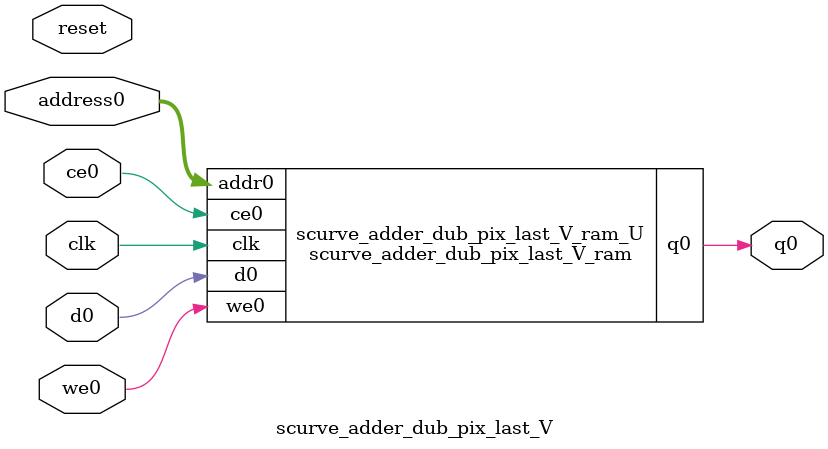
<source format=v>

`timescale 1 ns / 1 ps
module scurve_adder_dub_pix_last_V_ram (addr0, ce0, d0, we0, q0,  clk);

parameter DWIDTH = 1;
parameter AWIDTH = 3;
parameter MEM_SIZE = 8;

input[AWIDTH-1:0] addr0;
input ce0;
input[DWIDTH-1:0] d0;
input we0;
output reg[DWIDTH-1:0] q0;
input clk;

(* ram_style = "distributed" *)reg [DWIDTH-1:0] ram[MEM_SIZE-1:0];




always @(posedge clk)  
begin 
    if (ce0) 
    begin
        if (we0) 
        begin 
            ram[addr0] <= d0; 
            q0 <= d0;
        end 
        else 
            q0 <= ram[addr0];
    end
end


endmodule


`timescale 1 ns / 1 ps
module scurve_adder_dub_pix_last_V(
    reset,
    clk,
    address0,
    ce0,
    we0,
    d0,
    q0);

parameter DataWidth = 32'd1;
parameter AddressRange = 32'd8;
parameter AddressWidth = 32'd3;
input reset;
input clk;
input[AddressWidth - 1:0] address0;
input ce0;
input we0;
input[DataWidth - 1:0] d0;
output[DataWidth - 1:0] q0;



scurve_adder_dub_pix_last_V_ram scurve_adder_dub_pix_last_V_ram_U(
    .clk( clk ),
    .addr0( address0 ),
    .ce0( ce0 ),
    .d0( d0 ),
    .we0( we0 ),
    .q0( q0 ));

endmodule


</source>
